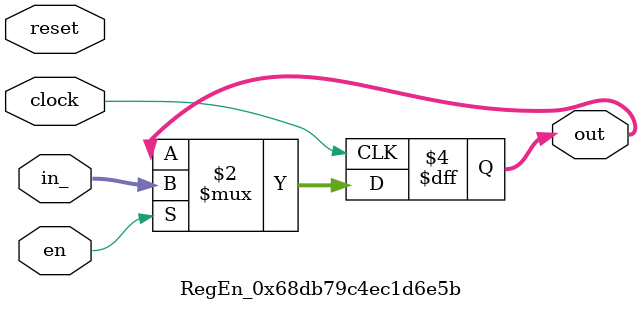
<source format=v>
module RegEn_0x68db79c4ec1d6e5b
(
  input  wire [   0:0] clock,
  input  wire [   0:0] en,
  input  wire [  15:0] in_,
  output reg  [  15:0] out,
  input  wire [   0:0] reset
);
  always @ (posedge clock) begin
    if (en) begin
      out <= in_;
    end
    else begin
    end
  end
endmodule
</source>
